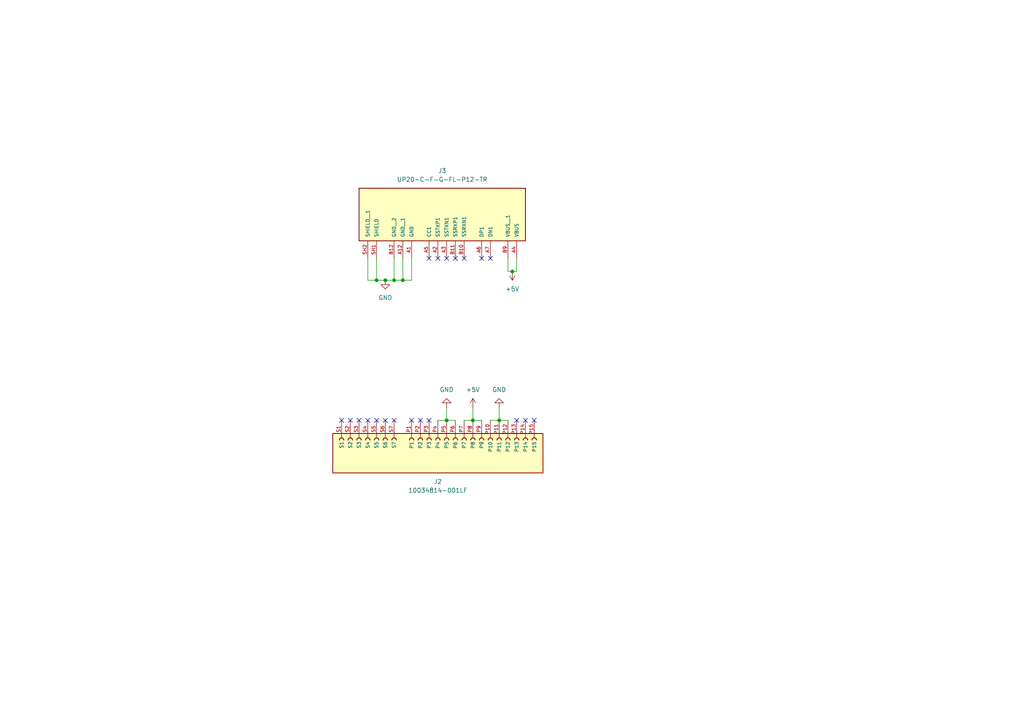
<source format=kicad_sch>
(kicad_sch (version 20250114) (generator "eeschema") (generator_version "9.0")
  (paper "A4")
  (lib_symbols
    (symbol "10034814-001LF:10034814-001LF" (pin_names (offset 1.016))
      (property "Reference" "J" (at -5.08 31.242 0))
      (property "Value" "10034814-001LF" (at -5.08 -33.02 0))
      (symbol "10034814-001LF_0_0"
        (rectangle (start -5.08 -30.48) (end 6.35 30.48) (stroke (width 0.254)) (fill (type background)))
        (arc (start 4.445 28.575) (mid 5.0772 27.94) (end 4.445 27.305) (stroke (width 0.254)))
        (arc (start 4.445 26.035) (mid 5.0772 25.4) (end 4.445 24.765) (stroke (width 0.254)))
        (arc (start 4.445 23.495) (mid 5.0772 22.86) (end 4.445 22.225) (stroke (width 0.254)))
        (arc (start 4.445 20.955) (mid 5.0772 20.32) (end 4.445 19.685) (stroke (width 0.254)))
        (arc (start 4.445 18.415) (mid 5.0772 17.78) (end 4.445 17.145) (stroke (width 0.254)))
        (arc (start 4.445 15.875) (mid 5.0772 15.24) (end 4.445 14.605) (stroke (width 0.254)))
        (arc (start 4.445 13.335) (mid 5.0772 12.7) (end 4.445 12.065) (stroke (width 0.254)))
        (arc (start 4.445 8.255) (mid 5.0772 7.62) (end 4.445 6.985) (stroke (width 0.254)))
        (arc (start 4.445 5.715) (mid 5.0772 5.08) (end 4.445 4.445) (stroke (width 0.254)))
        (arc (start 4.445 3.175) (mid 5.0772 2.54) (end 4.445 1.905) (stroke (width 0.254)))
        (arc (start 4.445 0.635) (mid 5.0772 0) (end 4.445 -0.635) (stroke (width 0.254)))
        (arc (start 4.445 -1.905) (mid 5.0772 -2.54) (end 4.445 -3.175) (stroke (width 0.254)))
        (arc (start 4.445 -4.445) (mid 5.0772 -5.08) (end 4.445 -5.715) (stroke (width 0.254)))
        (arc (start 4.445 -6.985) (mid 5.0772 -7.62) (end 4.445 -8.255) (stroke (width 0.254)))
        (arc (start 4.445 -9.525) (mid 5.0772 -10.16) (end 4.445 -10.795) (stroke (width 0.254)))
        (arc (start 4.445 -12.065) (mid 5.0772 -12.7) (end 4.445 -13.335) (stroke (width 0.254)))
        (arc (start 4.445 -14.605) (mid 5.0772 -15.24) (end 4.445 -15.875) (stroke (width 0.254)))
        (arc (start 4.445 -17.145) (mid 5.0772 -17.78) (end 4.445 -18.415) (stroke (width 0.254)))
        (arc (start 4.445 -19.685) (mid 5.0772 -20.32) (end 4.445 -20.955) (stroke (width 0.254)))
        (arc (start 4.445 -22.225) (mid 5.0772 -22.86) (end 4.445 -23.495) (stroke (width 0.254)))
        (arc (start 4.445 -24.765) (mid 5.0772 -25.4) (end 4.445 -26.035) (stroke (width 0.254)))
        (arc (start 4.445 -27.305) (mid 5.0772 -27.94) (end 4.445 -28.575) (stroke (width 0.254)))
        (pin passive line (at 10.16 27.94 180) (length 5.08) (name "S1") (number "S1"))
        (pin passive line (at 10.16 25.4 180) (length 5.08) (name "S2") (number "S2"))
        (pin passive line (at 10.16 22.86 180) (length 5.08) (name "S3") (number "S3"))
        (pin passive line (at 10.16 20.32 180) (length 5.08) (name "S4") (number "S4"))
        (pin passive line (at 10.16 17.78 180) (length 5.08) (name "S5") (number "S5"))
        (pin passive line (at 10.16 15.24 180) (length 5.08) (name "S6") (number "S6"))
        (pin passive line (at 10.16 12.7 180) (length 5.08) (name "S7") (number "S7"))
        (pin passive line (at 10.16 7.62 180) (length 5.08) (name "P1") (number "P1"))
        (pin passive line (at 10.16 5.08 180) (length 5.08) (name "P2") (number "P2"))
        (pin passive line (at 10.16 2.54 180) (length 5.08) (name "P3") (number "P3"))
        (pin passive line (at 10.16 0 180) (length 5.08) (name "P4") (number "P4"))
        (pin passive line (at 10.16 -2.54 180) (length 5.08) (name "P5") (number "P5"))
        (pin passive line (at 10.16 -5.08 180) (length 5.08) (name "P6") (number "P6"))
        (pin passive line (at 10.16 -7.62 180) (length 5.08) (name "P7") (number "P7"))
        (pin passive line (at 10.16 -10.16 180) (length 5.08) (name "P8") (number "P8"))
        (pin passive line (at 10.16 -12.7 180) (length 5.08) (name "P9") (number "P9"))
        (pin passive line (at 10.16 -15.24 180) (length 5.08) (name "P10") (number "P10"))
        (pin passive line (at 10.16 -17.78 180) (length 5.08) (name "P11") (number "P11"))
        (pin passive line (at 10.16 -20.32 180) (length 5.08) (name "P12") (number "P12"))
        (pin passive line (at 10.16 -22.86 180) (length 5.08) (name "P13") (number "P13"))
        (pin passive line (at 10.16 -25.4 180) (length 5.08) (name "P14") (number "P14"))
        (pin passive line (at 10.16 -27.94 180) (length 5.08) (name "P15") (number "P15"))
      )
    )
    (symbol "UP20-C-F-G-FL-P12-TR:UP20-C-F-G-FL-P12-TR" (pin_names (offset 1.016))
      (property "Reference" "J" (at -7.62 18.542 0))
      (property "Value" "UP20-C-F-G-FL-P12-TR" (at -7.62 -33.02 0))
      (symbol "UP20-C-F-G-FL-P12-TR_0_0"
        (rectangle (start -7.62 -30.48) (end 7.62 17.78) (stroke (width 0.254)) (fill (type background)))
        (pin passive line (at 12.7 15.24 180) (length 5.08) (name "VBUS") (number "A4"))
        (pin passive line (at 12.7 12.7 180) (length 5.08) (name "VBUS__1") (number "B9"))
        (pin passive line (at 12.7 7.62 180) (length 5.08) (name "DN1") (number "A7"))
        (pin passive line (at 12.7 5.08 180) (length 5.08) (name "DP1") (number "A6"))
        (pin passive line (at 12.7 0 180) (length 5.08) (name "SSRXN1") (number "B10"))
        (pin passive line (at 12.7 -2.54 180) (length 5.08) (name "SSRXP1") (number "B11"))
        (pin passive line (at 12.7 -5.08 180) (length 5.08) (name "SSTXN1") (number "A3"))
        (pin passive line (at 12.7 -7.62 180) (length 5.08) (name "SSTXP1") (number "A2"))
        (pin passive line (at 12.7 -10.16 180) (length 5.08) (name "CC1") (number "A5"))
        (pin passive line (at 12.7 -15.24 180) (length 5.08) (name "GND") (number "A1"))
        (pin passive line (at 12.7 -17.78 180) (length 5.08) (name "GND__1") (number "A12"))
        (pin passive line (at 12.7 -20.32 180) (length 5.08) (name "GND__2") (number "B12"))
        (pin passive line (at 12.7 -25.4 180) (length 5.08) (name "SHIELD") (number "SH1"))
        (pin passive line (at 12.7 -27.94 180) (length 5.08) (name "SHIELD__1") (number "SH2"))
      )
    )
    (symbol "power:+5V" (power) (pin_numbers (hide yes)) (pin_names (offset 0) (hide yes))
      (property "Value" "+5V" (at 0 3.556 0))
      (symbol "+5V_0_1"
        (polyline (pts (xy -0.762 1.27) (xy 0 2.54)))
        (polyline (pts (xy 0 2.54) (xy 0.762 1.27)))
        (polyline (pts (xy 0 0) (xy 0 2.54)))
      )
      (symbol "+5V_1_1"
        (pin power_in line (at 0 0 90) (length 0) (name "~") (number "1"))
      )
    )
    (symbol "power:GND" (power) (pin_numbers (hide yes)) (pin_names (offset 0) (hide yes))
      (property "Value" "GND" (at 0 -3.81 0))
      (symbol "GND_0_1"
        (polyline (pts (xy 0 0) (xy 0 -1.27) (xy 1.27 -1.27) (xy 0 -2.54) (xy -1.27 -1.27) (xy 0 -1.27)))
      )
      (symbol "GND_1_1"
        (pin power_in line (at 0 0 270) (length 0) (name "~") (number "1"))
      )
    )
  )
  (junction (at 109.22 81.28))
  (junction (at 137.16 121.92))
  (junction (at 111.76 81.28))
  (junction (at 114.3 81.28))
  (junction (at 144.78 121.92))
  (junction (at 148.59 78.74))
  (junction (at 129.54 121.92))
  (junction (at 116.84 81.28))
  (no_connect (at 149.86 121.92))
  (no_connect (at 132.08 74.93))
  (no_connect (at 124.46 74.93))
  (no_connect (at 139.7 74.93))
  (no_connect (at 152.4 121.92))
  (no_connect (at 101.6 121.92))
  (no_connect (at 106.68 121.92))
  (no_connect (at 114.3 121.92))
  (no_connect (at 134.62 74.93))
  (no_connect (at 142.24 74.93))
  (no_connect (at 111.76 121.92))
  (no_connect (at 127 74.93))
  (no_connect (at 109.22 121.92))
  (no_connect (at 119.38 121.92))
  (no_connect (at 154.94 121.92))
  (no_connect (at 104.14 121.92))
  (no_connect (at 121.92 121.92))
  (no_connect (at 129.54 74.93))
  (no_connect (at 99.06 121.92))
  (no_connect (at 124.46 121.92))
  (wire (pts (xy 116.84 81.28) (xy 114.3 81.28)))
  (wire (pts (xy 132.08 121.92) (xy 129.54 121.92)))
  (wire (pts (xy 149.86 78.74) (xy 148.59 78.74)))
  (wire (pts (xy 137.16 121.92) (xy 137.16 118.11)))
  (wire (pts (xy 119.38 81.28) (xy 116.84 81.28)))
  (wire (pts (xy 149.86 74.93) (xy 149.86 78.74)))
  (wire (pts (xy 109.22 81.28) (xy 111.76 81.28)))
  (wire (pts (xy 114.3 81.28) (xy 111.76 81.28)))
  (wire (pts (xy 127 121.92) (xy 129.54 121.92)))
  (wire (pts (xy 147.32 74.93) (xy 147.32 78.74)))
  (wire (pts (xy 119.38 74.93) (xy 119.38 81.28)))
  (wire (pts (xy 116.84 74.93) (xy 116.84 81.28)))
  (wire (pts (xy 147.32 78.74) (xy 148.59 78.74)))
  (wire (pts (xy 147.32 121.92) (xy 144.78 121.92)))
  (wire (pts (xy 134.62 121.92) (xy 137.16 121.92)))
  (wire (pts (xy 142.24 121.92) (xy 144.78 121.92)))
  (wire (pts (xy 114.3 74.93) (xy 114.3 81.28)))
  (wire (pts (xy 106.68 74.93) (xy 106.68 81.28)))
  (wire (pts (xy 109.22 74.93) (xy 109.22 81.28)))
  (wire (pts (xy 106.68 81.28) (xy 109.22 81.28)))
  (wire (pts (xy 129.54 121.92) (xy 129.54 118.11)))
  (wire (pts (xy 144.78 121.92) (xy 144.78 118.11)))
  (wire (pts (xy 139.7 121.92) (xy 137.16 121.92)))
  (symbol (lib_id "10034814-001LF:10034814-001LF") (at 127 132.08 90) (unit 1)
    (property "Reference" "J2" (at 127 139.7 90))
    (property "Value" "10034814-001LF" (at 127 142.24 90))
    (property "Footprint" "10034814_001LF:AMPHENOL_10034814-001LF" (effects (hide yes)))
    (property "PARTREV" "D" (effects (hide yes)))
    (property "STANDARD" "Manufacturer Recommendations" (effects (hide yes)))
    (property "MAXIMUM_PACKAGE_HEIGHT" "5.5mm" (effects (hide yes)))
    (property "MANUFACTURER" "Amphenol FCI" (effects (hide yes)))
  )
  (symbol (lib_id "power:+5V") (at 137.16 118.11 0) (unit 1)
    (property "Reference" "#PWR03" (effects (hide yes)))
    (property "Value" "+5V" (at 137.16 113.03 0))
    (property "Description" "Power symbol creates a global label with name \"+5V\"" (effects (hide yes)))
  )
  (symbol (lib_id "power:GND") (at 111.76 81.28 0) (unit 1)
    (property "Reference" "#PWR02" (effects (hide yes)))
    (property "Value" "GND" (at 111.76 86.36 0))
    (property "Description" "Power symbol creates a global label with name \"GND\" , ground" (effects (hide yes)))
  )
  (symbol (lib_id "power:GND") (at 129.54 118.11 180) (unit 1)
    (property "Reference" "#PWR04" (effects (hide yes)))
    (property "Value" "GND" (at 129.54 113.03 0))
    (property "Description" "Power symbol creates a global label with name \"GND\" , ground" (effects (hide yes)))
  )
  (symbol (lib_id "power:+5V") (at 148.59 78.74 180) (unit 1)
    (property "Reference" "#PWR01" (effects (hide yes)))
    (property "Value" "+5V" (at 148.59 83.82 0))
    (property "Description" "Power symbol creates a global label with name \"+5V\"" (effects (hide yes)))
  )
  (symbol (lib_id "power:GND") (at 144.78 118.11 180) (unit 1)
    (property "Reference" "#PWR05" (effects (hide yes)))
    (property "Value" "GND" (at 144.78 113.03 0))
    (property "Description" "Power symbol creates a global label with name \"GND\" , ground" (effects (hide yes)))
  )
  (symbol (lib_id "UP20-C-F-G-FL-P12-TR:UP20-C-F-G-FL-P12-TR") (at 134.62 62.23 270) (unit 1)
    (property "Reference" "J3" (at 128.27 49.53 90))
    (property "Value" "UP20-C-F-G-FL-P12-TR" (at 128.27 52.07 90))
    (property "Footprint" "UP20_C_F_G_FL_P12_TR:SAMESKY_UP20-C-F-G-FL-P12-TR" (effects (hide yes)))
    (property "PARTREV" "1.01" (effects (hide yes)))
    (property "STANDARD" "Manufacturer Recommendations" (effects (hide yes)))
    (property "MAXIMUM_PACKAGE_HEIGHT" "1.85mm" (effects (hide yes)))
    (property "MANUFACTURER" "Same Sky" (effects (hide yes)))
  )
)
</source>
